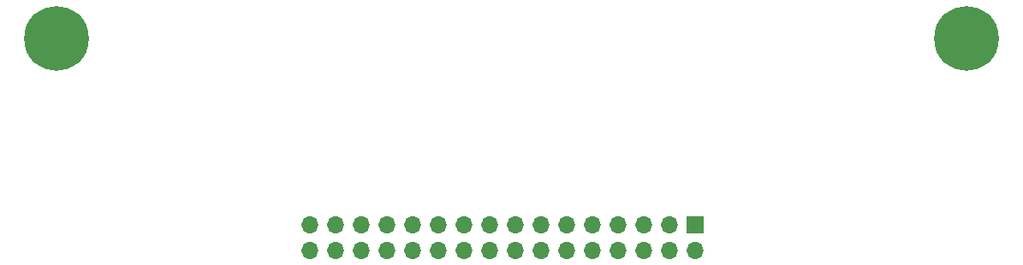
<source format=gbr>
%TF.GenerationSoftware,KiCad,Pcbnew,(5.1.9-0-10_14)*%
%TF.CreationDate,2021-09-15T10:53:10-05:00*%
%TF.ProjectId,nand7400-plaque,6e616e64-3734-4303-902d-706c61717565,rev?*%
%TF.SameCoordinates,Original*%
%TF.FileFunction,Soldermask,Bot*%
%TF.FilePolarity,Negative*%
%FSLAX46Y46*%
G04 Gerber Fmt 4.6, Leading zero omitted, Abs format (unit mm)*
G04 Created by KiCad (PCBNEW (5.1.9-0-10_14)) date 2021-09-15 10:53:10*
%MOMM*%
%LPD*%
G01*
G04 APERTURE LIST*
%ADD10O,1.700000X1.700000*%
%ADD11R,1.700000X1.700000*%
%ADD12C,6.400000*%
G04 APERTURE END LIST*
D10*
%TO.C,REF\u002A\u002A*%
X120220000Y-84275000D03*
X120220000Y-81735000D03*
X122760000Y-84275000D03*
X122760000Y-81735000D03*
X125300000Y-84275000D03*
X125300000Y-81735000D03*
X127840000Y-84275000D03*
X127840000Y-81735000D03*
X130380000Y-84275000D03*
X130380000Y-81735000D03*
X132920000Y-84275000D03*
X132920000Y-81735000D03*
X135460000Y-84275000D03*
X135460000Y-81735000D03*
X138000000Y-84275000D03*
X138000000Y-81735000D03*
X140540000Y-84275000D03*
X140540000Y-81735000D03*
X143080000Y-84275000D03*
X143080000Y-81735000D03*
X145620000Y-84275000D03*
X145620000Y-81735000D03*
X148160000Y-84275000D03*
X148160000Y-81735000D03*
X150700000Y-84275000D03*
X150700000Y-81735000D03*
X153240000Y-84275000D03*
X153240000Y-81735000D03*
X155780000Y-84275000D03*
X155780000Y-81735000D03*
X158320000Y-84275000D03*
D11*
X158320000Y-81735000D03*
%TD*%
D12*
%TO.C,REF\u002A\u002A*%
X95150000Y-63350000D03*
%TD*%
%TO.C,REF\u002A\u002A*%
X185150000Y-63350000D03*
%TD*%
M02*

</source>
